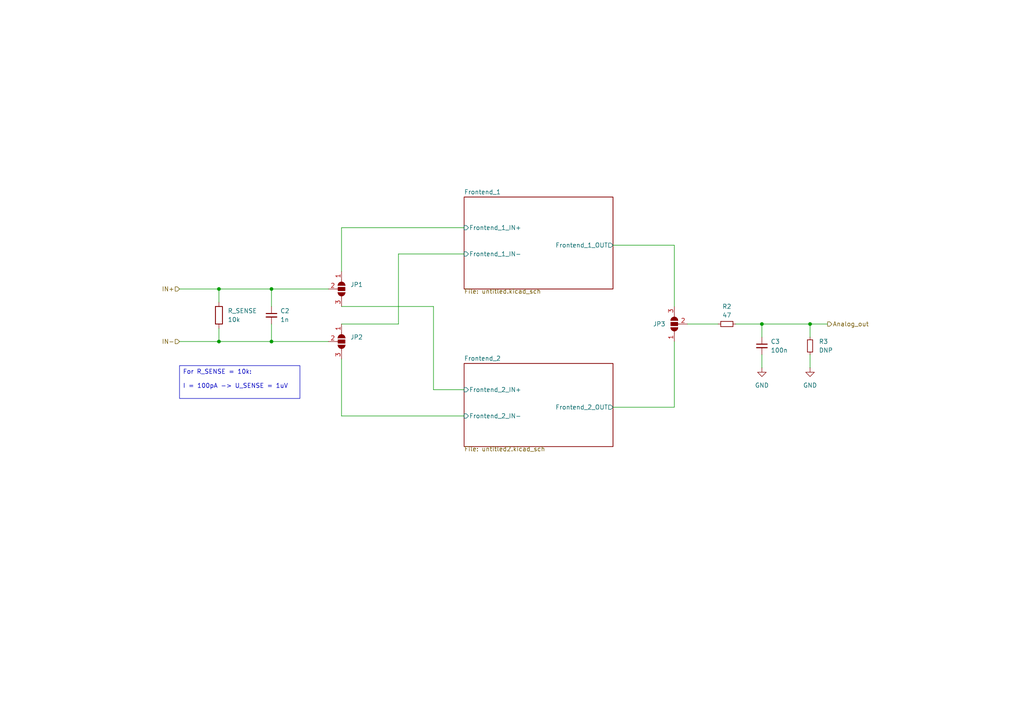
<source format=kicad_sch>
(kicad_sch (version 20250114) (generator "eeschema") (generator_version "9.0")
  (paper "A4")
  (lib_symbols
    (symbol "Device:C_Small" (pin_numbers (hide yes)) (pin_names (offset 0.254) (hide yes))
      (property "Reference" "C" (at 0.254 1.778 0))
      (property "Value" "C_Small" (at 0.254 -2.032 0))
      (symbol "C_Small_0_1"
        (polyline (pts (xy -1.524 0.508) (xy 1.524 0.508)) (stroke (width 0.3048)))
        (polyline (pts (xy -1.524 -0.508) (xy 1.524 -0.508)) (stroke (width 0.3302)))
      )
      (symbol "C_Small_1_1"
        (pin passive line (at 0 2.54 270) (length 2.032) (name "~") (number "1"))
        (pin passive line (at 0 -2.54 90) (length 2.032) (name "~") (number "2"))
      )
    )
    (symbol "Device:R" (pin_numbers (hide yes)) (pin_names (offset 0))
      (property "Reference" "R" (at 2.032 0 90))
      (property "Value" "R" (at 0 0 90))
      (symbol "R_0_1"
        (rectangle (start -1.016 -2.54) (end 1.016 2.54) (stroke (width 0.254)))
      )
      (symbol "R_1_1"
        (pin passive line (at 0 3.81 270) (length 1.27) (name "~") (number "1"))
        (pin passive line (at 0 -3.81 90) (length 1.27) (name "~") (number "2"))
      )
    )
    (symbol "Device:R_Small" (pin_numbers (hide yes)) (pin_names (offset 0.254) (hide yes))
      (property "Reference" "R" (at 0.762 0.508 0))
      (property "Value" "R_Small" (at 0.762 -1.016 0))
      (symbol "R_Small_0_1"
        (rectangle (start -0.762 1.778) (end 0.762 -1.778) (stroke (width 0.2032)))
      )
      (symbol "R_Small_1_1"
        (pin passive line (at 0 2.54 270) (length 0.762) (name "~") (number "1"))
        (pin passive line (at 0 -2.54 90) (length 0.762) (name "~") (number "2"))
      )
    )
    (symbol "Jumper:SolderJumper_3_Open" (pin_names (offset 0) (hide yes)) (exclude_from_sim yes) (in_bom no)
      (property "Reference" "JP" (at -2.54 -2.54 0))
      (property "Value" "SolderJumper_3_Open" (at 0 2.794 0))
      (symbol "SolderJumper_3_Open_0_1"
        (polyline (pts (xy -2.54 0) (xy -2.032 0)))
        (polyline (pts (xy -1.016 1.016) (xy -1.016 -1.016)))
        (arc (start -1.016 -1.016) (mid -2.0276 0) (end -1.016 1.016))
        (arc (start -1.016 -1.016) (mid -2.0276 0) (end -1.016 1.016) (fill (type outline)))
        (rectangle (start -0.508 1.016) (end 0.508 -1.016) (fill (type outline)))
        (polyline (pts (xy 0 -1.27) (xy 0 -1.016)))
        (arc (start 1.016 1.016) (mid 2.0276 0) (end 1.016 -1.016))
        (arc (start 1.016 1.016) (mid 2.0276 0) (end 1.016 -1.016) (fill (type outline)))
        (polyline (pts (xy 1.016 1.016) (xy 1.016 -1.016)))
        (polyline (pts (xy 2.54 0) (xy 2.032 0)))
      )
      (symbol "SolderJumper_3_Open_1_1"
        (pin passive line (at -5.08 0 0) (length 2.54) (name "A") (number "1"))
        (pin passive line (at 0 -3.81 90) (length 2.54) (name "C") (number "2"))
        (pin passive line (at 5.08 0 180) (length 2.54) (name "B") (number "3"))
      )
    )
    (symbol "power:GND" (power) (pin_numbers (hide yes)) (pin_names (offset 0) (hide yes))
      (property "Value" "GND" (at 0 -3.81 0))
      (symbol "GND_0_1"
        (polyline (pts (xy 0 0) (xy 0 -1.27) (xy 1.27 -1.27) (xy 0 -2.54) (xy -1.27 -1.27) (xy 0 -1.27)))
      )
      (symbol "GND_1_1"
        (pin power_in line (at 0 0 270) (length 0) (name "~") (number "1"))
      )
    )
  )
  (text_box "For R_SENSE = 10k:\n\nI = 100pA -> U_SENSE = 1uV" (at 52.07 106.045 0) (size 34.925 9.525) (margins 0.9525 0.9525 0.9525 0.9525) (effects (font (size 1.27 1.27)) (justify left top)))
  (junction (at 78.74 99.06))
  (junction (at 63.5 99.06))
  (junction (at 63.5 83.82))
  (junction (at 234.95 93.98))
  (junction (at 78.74 83.82))
  (junction (at 220.98 93.98))
  (wire (pts (xy 220.98 102.87) (xy 220.98 106.68)))
  (wire (pts (xy 234.95 93.98) (xy 234.95 97.79)))
  (wire (pts (xy 99.06 66.04) (xy 99.06 78.74)))
  (wire (pts (xy 125.73 113.03) (xy 134.62 113.03)))
  (wire (pts (xy 199.39 93.98) (xy 208.28 93.98)))
  (wire (pts (xy 63.5 83.82) (xy 78.74 83.82)))
  (wire (pts (xy 125.73 88.9) (xy 125.73 113.03)))
  (wire (pts (xy 115.57 73.66) (xy 134.62 73.66)))
  (wire (pts (xy 234.95 93.98) (xy 240.03 93.98)))
  (wire (pts (xy 63.5 95.25) (xy 63.5 99.06)))
  (wire (pts (xy 63.5 83.82) (xy 63.5 87.63)))
  (wire (pts (xy 195.58 88.9) (xy 195.58 71.12)))
  (wire (pts (xy 115.57 93.98) (xy 115.57 73.66)))
  (wire (pts (xy 78.74 83.82) (xy 78.74 88.9)))
  (wire (pts (xy 134.62 120.65) (xy 99.06 120.65)))
  (wire (pts (xy 78.74 93.98) (xy 78.74 99.06)))
  (wire (pts (xy 195.58 99.06) (xy 195.58 118.11)))
  (wire (pts (xy 78.74 99.06) (xy 95.25 99.06)))
  (wire (pts (xy 99.06 120.65) (xy 99.06 104.14)))
  (wire (pts (xy 177.8 71.12) (xy 195.58 71.12)))
  (wire (pts (xy 99.06 93.98) (xy 115.57 93.98)))
  (wire (pts (xy 134.62 66.04) (xy 99.06 66.04)))
  (wire (pts (xy 220.98 93.98) (xy 234.95 93.98)))
  (wire (pts (xy 99.06 88.9) (xy 125.73 88.9)))
  (wire (pts (xy 213.36 93.98) (xy 220.98 93.98)))
  (wire (pts (xy 78.74 99.06) (xy 63.5 99.06)))
  (wire (pts (xy 195.58 118.11) (xy 177.8 118.11)))
  (wire (pts (xy 78.74 83.82) (xy 95.25 83.82)))
  (wire (pts (xy 220.98 97.79) (xy 220.98 93.98)))
  (wire (pts (xy 63.5 99.06) (xy 52.07 99.06)))
  (wire (pts (xy 234.95 102.87) (xy 234.95 106.68)))
  (wire (pts (xy 52.07 83.82) (xy 63.5 83.82)))
  (hierarchical_label "IN+" (shape input) (at 52.07 83.82 180))
  (hierarchical_label "IN-" (shape input) (at 52.07 99.06 180))
  (hierarchical_label "Analog_out" (shape output) (at 240.03 93.98 0))
  (symbol (lib_id "Jumper:SolderJumper_3_Open") (at 99.06 99.06 270) (unit 1) (in_bom no)
    (property "Reference" "JP2" (at 101.6 97.7899 90) (effects (justify left)))
    (property "Value" "SolderJumper_3_Open" (effects (hide yes)))
    (property "Description" "Solder Jumper, 3-pole, open" (effects (hide yes)))
  )
  (symbol (lib_id "Device:R") (at 63.5 91.44 0) (unit 1)
    (property "Reference" "R_SENSE" (at 66.04 90.1699 0) (effects (justify left)))
    (property "Value" "10k" (at 66.04 92.7099 0) (effects (justify left)))
    (property "Footprint" "Resistor_SMD:R_1206_3216Metric_Pad1.30x1.75mm_HandSolder" (effects (hide yes)))
    (property "Description" "Resistor" (effects (hide yes)))
  )
  (symbol (lib_id "Device:R_Small") (at 210.82 93.98 270) (unit 1)
    (property "Reference" "R2" (at 210.82 88.9 90))
    (property "Value" "47" (at 210.82 91.44 90))
    (property "Footprint" "Resistor_SMD:R_0805_2012Metric_Pad1.20x1.40mm_HandSolder" (effects (hide yes)))
    (property "Description" "Resistor, small symbol" (effects (hide yes)))
  )
  (symbol (lib_id "Device:C_Small") (at 78.74 91.44 0) (unit 1)
    (property "Reference" "C2" (at 81.28 90.1762 0) (effects (justify left)))
    (property "Value" "1n" (at 81.28 92.7162 0) (effects (justify left)))
    (property "Footprint" "Capacitor_SMD:C_0805_2012Metric_Pad1.18x1.45mm_HandSolder" (effects (hide yes)))
    (property "Description" "Unpolarized capacitor, small symbol" (effects (hide yes)))
  )
  (symbol (lib_id "Jumper:SolderJumper_3_Open") (at 195.58 93.98 90) (unit 1) (in_bom no)
    (property "Reference" "JP3" (at 193.04 93.9799 90) (effects (justify left)))
    (property "Value" "SolderJumper_3_Open" (effects (hide yes)))
    (property "Description" "Solder Jumper, 3-pole, open" (effects (hide yes)))
  )
  (symbol (lib_id "Device:C_Small") (at 220.98 100.33 0) (unit 1)
    (property "Reference" "C3" (at 223.52 99.0662 0) (effects (justify left)))
    (property "Value" "100n" (at 223.52 101.6062 0) (effects (justify left)))
    (property "Footprint" "Capacitor_SMD:C_0805_2012Metric_Pad1.18x1.45mm_HandSolder" (effects (hide yes)))
    (property "Description" "Unpolarized capacitor, small symbol" (effects (hide yes)))
  )
  (symbol (lib_id "Device:R_Small") (at 234.95 100.33 0) (unit 1)
    (property "Reference" "R3" (at 237.49 99.0599 0) (effects (justify left)))
    (property "Value" "DNP" (at 237.49 101.5999 0) (effects (justify left)))
    (property "Footprint" "Resistor_SMD:R_0805_2012Metric_Pad1.20x1.40mm_HandSolder" (effects (hide yes)))
    (property "Description" "Resistor, small symbol" (effects (hide yes)))
  )
  (symbol (lib_id "power:GND") (at 234.95 106.68 0) (unit 1)
    (property "Reference" "#PWR02" (effects (hide yes)))
    (property "Value" "GND" (at 234.95 111.76 0))
    (property "Description" "Power symbol creates a global label with name \"GND\" , ground" (effects (hide yes)))
  )
  (symbol (lib_id "power:GND") (at 220.98 106.68 0) (unit 1)
    (property "Reference" "#PWR01" (effects (hide yes)))
    (property "Value" "GND" (at 220.98 111.76 0))
    (property "Description" "Power symbol creates a global label with name \"GND\" , ground" (effects (hide yes)))
  )
  (symbol (lib_id "Jumper:SolderJumper_3_Open") (at 99.06 83.82 270) (unit 1) (in_bom no)
    (property "Reference" "JP1" (at 101.6 82.5499 90) (effects (justify left)))
    (property "Value" "SolderJumper_3_Open" (effects (hide yes)))
    (property "Description" "Solder Jumper, 3-pole, open" (effects (hide yes)))
  )
  (sheet (at 134.62 57.15) (size 43.18 26.67) (stroke (width 0.1524))
    (property "Sheetname" "Frontend_1" (at 134.62 56.4384 0) (effects (justify left bottom)))
    (property "Sheetfile" "untitled.kicad_sch" (at 134.62 83.7696 0) (effects (justify left top)))
    (pin "Frontend_1_IN+" input (at 134.62 66.04 180))
    (pin "Frontend_1_OUT" output (at 177.8 71.12 0))
    (pin "Frontend_1_IN-" input (at 134.62 73.66 180))
  )
  (sheet (at 134.62 105.41) (size 43.18 24.13) (stroke (width 0.1524))
    (property "Sheetname" "Frontend_2" (at 134.62 104.6984 0) (effects (justify left bottom)))
    (property "Sheetfile" "untitled2.kicad_sch" (at 134.62 129.4896 0) (effects (justify left top)))
    (pin "Frontend_2_IN-" input (at 134.62 120.65 180))
    (pin "Frontend_2_OUT" output (at 177.8 118.11 0))
    (pin "Frontend_2_IN+" input (at 134.62 113.03 180))
  )
)
</source>
